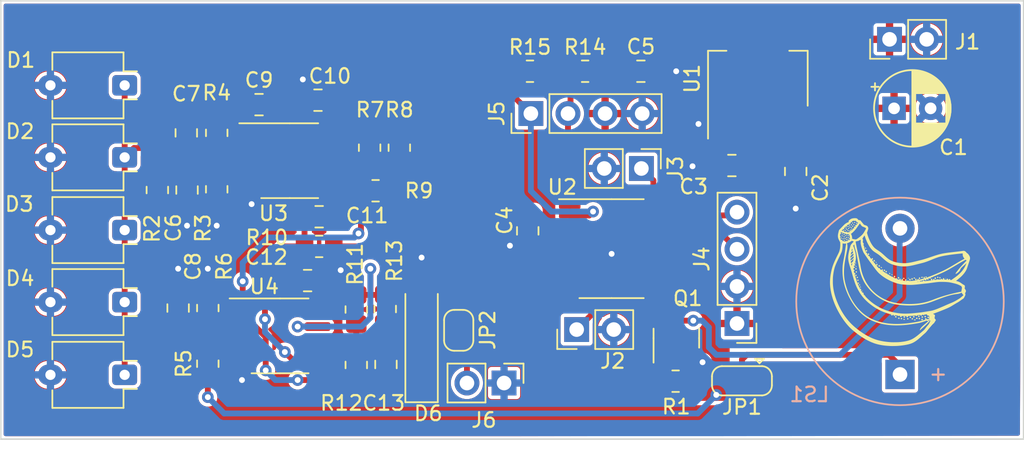
<source format=kicad_pcb>
(kicad_pcb (version 20221018) (generator pcbnew)
  (layers (0 "F.Cu" signal) (31 "B.Cu" signal) (34 "B.Paste" user) (35 "F.Paste" user) (36 "B.SilkS" user "B.Silkscreen") (37 "F.SilkS" user "F.Silkscreen") (38 "B.Mask" user) (39 "F.Mask" user) (44 "Edge.Cuts" user))
  (net 0 "")
  (net 1 "+9V")
  (net 2 "GND")
  (net 3 "+3.3V")
  (net 4 "Net-(U3A-+)")
  (net 5 "Net-(D1-K)")
  (net 6 "Net-(C7-Pad2)")
  (net 7 "Net-(U4A-+)")
  (net 8 "Net-(C9-Pad2)")
  (net 9 "Net-(U3B--)")
  (net 10 "Net-(U4B-+)")
  (net 11 "Net-(D6-K)")
  (net 12 "/analog/Vref")
  (net 13 "Net-(J2-Pin_1)")
  (net 14 "Net-(J3-Pin_1)")
  (net 15 "/SYS_SWDIO")
  (net 16 "/SYS_SWCLK")
  (net 17 "/I2C1_SDA")
  (net 18 "/I2C1_SCL")
  (net 19 "Net-(JP1-C)")
  (net 20 "/adc_in")
  (net 21 "Net-(Q1-D)")
  (net 22 "/buzzer")
  (net 23 "Net-(R10-Pad1)")
  (net 24 "Net-(R11-Pad1)")
  (net 25 "Net-(U4B--)")
  (footprint "Jumper:SolderJumper-3_P1.3mm_Bridged2Bar12_RoundedPad1.0x1.5mm" (layer "F.Cu") (at 168.178 126.2888 180)
    (fp_text reference "JP1" (at 0 -1.8) (layer "F.SilkS"))
    (fp_text value "SolderJumper_3_Bridged12")
    (fp_poly (pts (xy -0.9 -0.6) (xy -0.4 -0.6) (xy -0.4 -0.2) (xy -0.9 -0.2)) (fill solid) (layer "F.Cu"))
    (fp_poly (pts (xy -0.9 0.2) (xy -0.4 0.2) (xy -0.4 0.6) (xy -0.9 0.6)) (fill solid) (layer "F.Cu"))
    (pad "1" smd custom (at -1.3 0 180) (size 1 0.5) (layers "F.Cu" "F.Mask") (net 1 "+9V") (options (clearance outline) (anchor rect)) (primitives (gr_circle (center 0 0.25) (end 0.5 0.25) (width 0) (fill yes)) (gr_circle (center 0 -0.25) (end 0.5 -0.25) (width 0) (fill yes)) (gr_poly (pts (xy 0.55 0.75) (xy 0 0.75) (xy 0 -0.75) (xy 0.55 -0.75)) (width 0) (fill yes))))
    (pad "2" smd rect (at 0 0 180) (size 1 1.5) (layers "F.Cu" "F.Mask") (net 19 "Net-(JP1-C)"))
    (pad "3" smd custom (at 1.3 0 180) (size 1 0.5) (layers "F.Cu" "F.Mask") (net 3 "+3.3V") (options (clearance outline) (anchor rect)) (primitives (gr_circle (center 0 0.25) (end 0.5 0.25) (width 0) (fill yes)) (gr_circle (center 0 -0.25) (end 0.5 -0.25) (width 0) (fill yes)) (gr_poly (pts (xy 0 0.75) (xy -0.55 0.75) (xy -0.55 -0.75) (xy 0 -0.75)) (width 0) (fill yes))))
  )
  (footprint "Connector_PinHeader_2.54mm:PinHeader_1x04_P2.54mm_Vertical" (layer "F.Cu") (at 167.8382 122.3672 180)
    (fp_text reference "J4" (at 2.408 4.4096 90) (layer "F.SilkS"))
    (fp_text value "Conn_01x04_Pin")
    (pad "1" thru_hole rect (at 0 0 180) (size 1.7 1.7) (drill 1) (layers "*.Cu" "*.Mask") (net 3 "+3.3V"))
    (pad "2" thru_hole oval (at 0 2.54 180) (size 1.7 1.7) (drill 1) (layers "*.Cu" "*.Mask") (net 2 "GND"))
    (pad "3" thru_hole oval (at 0 5.08 180) (size 1.7 1.7) (drill 1) (layers "*.Cu" "*.Mask") (net 15 "/SYS_SWDIO"))
    (pad "4" thru_hole oval (at 0 7.62 180) (size 1.7 1.7) (drill 1) (layers "*.Cu" "*.Mask") (net 16 "/SYS_SWCLK"))
  )
  (footprint "Resistor_SMD:R_0805_2012Metric_Pad1.20x1.40mm_HandSolder" (layer "F.Cu") (at 143.1036 113.284)
    (fp_text reference "R9" (at 2.9718 0) (layer "F.SilkS"))
    (fp_text value "4k7")
    (pad "1" smd roundrect (at -1 0) (size 1.2 1.4) (layers "F.Cu" "F.Paste" "F.Mask") (roundrect_rratio 0.2083333333) (net 12 "/analog/Vref"))
    (pad "2" smd roundrect (at 1 0) (size 1.2 1.4) (layers "F.Cu" "F.Paste" "F.Mask") (roundrect_rratio 0.2083333333) (net 23 "Net-(R10-Pad1)"))
  )
  (footprint "Resistor_SMD:R_0805_2012Metric_Pad1.20x1.40mm_HandSolder" (layer "F.Cu") (at 144.7292 110.3376 90)
    (fp_text reference "R8" (at 2.5908 0 180) (layer "F.SilkS"))
    (fp_text value "100k")
    (pad "1" smd roundrect (at -1 0 90) (size 1.2 1.4) (layers "F.Cu" "F.Paste" "F.Mask") (roundrect_rratio 0.2083333333) (net 9 "Net-(U3B--)"))
    (pad "2" smd roundrect (at 1 0 90) (size 1.2 1.4) (layers "F.Cu" "F.Paste" "F.Mask") (roundrect_rratio 0.2083333333) (net 23 "Net-(R10-Pad1)"))
  )
  (footprint "OptoDevice:Osram_DIL2_4.3x4.65mm_P5.08mm" (layer "F.Cu") (at 125.9332 106.0704 180)
    (fp_text reference "D1" (at 7.112 1.7272) (layer "F.SilkS"))
    (fp_text value "BPW34")
    (pad "1" thru_hole roundrect (at 0 0 180) (size 1.7 1.4) (drill 0.7) (layers "*.Cu" "*.Mask") (roundrect_rratio 0.178) (net 5 "Net-(D1-K)"))
    (pad "2" thru_hole oval (at 5.08 0 180) (size 1.7 1.4) (drill 0.7) (layers "*.Cu" "*.Mask") (net 2 "GND"))
  )
  (footprint "Package_SO:SO-8_3.9x4.9mm_P1.27mm" (layer "F.Cu") (at 137.2266 111.2266)
    (fp_text reference "U3" (at -1.108 3.6068) (layer "F.SilkS"))
    (fp_text value "TL082")
    (pad "1" smd roundrect (at -2.575 -1.905) (size 1.75 0.6) (layers "F.Cu" "F.Paste" "F.Mask") (net 6 "Net-(C7-Pad2)"))
    (pad "2" smd roundrect (at -2.575 -0.635) (size 1.75 0.6) (layers "F.Cu" "F.Paste" "F.Mask") (net 5 "Net-(D1-K)"))
    (pad "3" smd roundrect (at -2.575 0.635) (size 1.75 0.6) (layers "F.Cu" "F.Paste" "F.Mask") (net 4 "Net-(U3A-+)"))
    (pad "4" smd roundrect (at -2.575 1.905) (size 1.75 0.6) (layers "F.Cu" "F.Paste" "F.Mask") (net 2 "GND"))
    (pad "5" smd roundrect (at 2.575 1.905) (size 1.75 0.6) (layers "F.Cu" "F.Paste" "F.Mask") (net 12 "/analog/Vref"))
    (pad "6" smd roundrect (at 2.575 0.635) (size 1.75 0.6) (layers "F.Cu" "F.Paste" "F.Mask") (net 9 "Net-(U3B--)"))
    (pad "7" smd roundrect (at 2.575 -0.635) (size 1.75 0.6) (layers "F.Cu" "F.Paste" "F.Mask") (net 10 "Net-(U4B-+)"))
    (pad "8" smd roundrect (at 2.575 -1.905) (size 1.75 0.6) (layers "F.Cu" "F.Paste" "F.Mask") (net 1 "+9V"))
  )
  (footprint "Capacitor_SMD:C_0805_2012Metric_Pad1.18x1.45mm_HandSolder" (layer "F.Cu") (at 139.1627 107.0864 180)
    (fp_text reference "C10" (at -0.8167 1.651) (layer "F.SilkS"))
    (fp_text value "100n")
    (pad "1" smd roundrect (at -1.0375 0 180) (size 1.175 1.45) (layers "F.Cu" "F.Paste" "F.Mask") (roundrect_rratio 0.2127659574) (net 1 "+9V"))
    (pad "2" smd roundrect (at 1.0375 0 180) (size 1.175 1.45) (layers "F.Cu" "F.Paste" "F.Mask") (roundrect_rratio 0.2127659574) (net 2 "GND"))
  )
  (footprint "Resistor_SMD:R_0805_2012Metric_Pad1.20x1.40mm_HandSolder" (layer "F.Cu") (at 142.6972 110.3376 -90)
    (fp_text reference "R7" (at -2.5908 -0.0254 -180) (layer "F.SilkS"))
    (fp_text value "4k7")
    (pad "1" smd roundrect (at -1 0 270) (size 1.2 1.4) (layers "F.Cu" "F.Paste" "F.Mask") (roundrect_rratio 0.2083333333) (net 8 "Net-(C9-Pad2)"))
    (pad "2" smd roundrect (at 1 0 270) (size 1.2 1.4) (layers "F.Cu" "F.Paste" "F.Mask") (roundrect_rratio 0.2083333333) (net 9 "Net-(U3B--)"))
  )
  (footprint "OptoDevice:Osram_DIL2_4.3x4.65mm_P5.08mm" (layer "F.Cu") (at 125.9332 125.8824 180)
    (fp_text reference "D5" (at 7.1628 1.7272) (layer "F.SilkS"))
    (fp_text value "BPW34")
    (pad "1" thru_hole roundrect (at 0 0 180) (size 1.7 1.4) (drill 0.7) (layers "*.Cu" "*.Mask") (roundrect_rratio 0.178) (net 5 "Net-(D1-K)"))
    (pad "2" thru_hole oval (at 5.08 0 180) (size 1.7 1.4) (drill 0.7) (layers "*.Cu" "*.Mask") (net 2 "GND"))
  )
  (footprint "Resistor_SMD:R_0805_2012Metric_Pad1.20x1.40mm_HandSolder" (layer "F.Cu") (at 139.2428 117.094 180)
    (fp_text reference "R10" (at 3.5814 0.6096) (layer "F.SilkS"))
    (fp_text value "100k")
    (pad "1" smd roundrect (at -1 0 180) (size 1.2 1.4) (layers "F.Cu" "F.Paste" "F.Mask") (roundrect_rratio 0.2083333333) (net 23 "Net-(R10-Pad1)"))
    (pad "2" smd roundrect (at 1 0 180) (size 1.2 1.4) (layers "F.Cu" "F.Paste" "F.Mask") (roundrect_rratio 0.2083333333) (net 10 "Net-(U4B-+)"))
  )
  (footprint "Connector_PinHeader_2.54mm:PinHeader_1x02_P2.54mm_Vertical" (layer "F.Cu") (at 161.295 111.76 -90)
    (fp_text reference "J3" (at 0 -2.33 90) (layer "F.SilkS"))
    (fp_text value "USER_button")
    (pad "1" thru_hole rect (at 0 0 270) (size 1.7 1.7) (drill 1) (layers "*.Cu" "*.Mask") (net 14 "Net-(J3-Pin_1)"))
    (pad "2" thru_hole oval (at 0 2.54 270) (size 1.7 1.7) (drill 1) (layers "*.Cu" "*.Mask") (net 2 "GND"))
  )
  (footprint "Resistor_SMD:R_0805_2012Metric_Pad1.20x1.40mm_HandSolder" (layer "F.Cu") (at 153.67 105.1052)
    (fp_text reference "R15" (at 0 -1.65) (layer "F.SilkS"))
    (fp_text value "4k7")
    (pad "1" smd roundrect (at -1 0) (size 1.2 1.4) (layers "F.Cu" "F.Paste" "F.Mask") (roundrect_rratio 0.2083333333) (net 17 "/I2C1_SDA"))
    (pad "2" smd roundrect (at 1 0) (size 1.2 1.4) (layers "F.Cu" "F.Paste" "F.Mask") (roundrect_rratio 0.2083333333) (net 3 "+3.3V"))
  )
  (footprint "Capacitor_SMD:C_0805_2012Metric_Pad1.18x1.45mm_HandSolder" (layer "F.Cu") (at 153.5176 116.0272 -90)
    (fp_text reference "C4" (at -0.7112 1.5748 90) (layer "F.SilkS"))
    (fp_text value "100n")
    (pad "1" smd roundrect (at -1.0375 0 270) (size 1.175 1.45) (layers "F.Cu" "F.Paste" "F.Mask") (roundrect_rratio 0.2127659574) (net 3 "+3.3V"))
    (pad "2" smd roundrect (at 1.0375 0 270) (size 1.175 1.45) (layers "F.Cu" "F.Paste" "F.Mask") (roundrect_rratio 0.2127659574) (net 2 "GND"))
  )
  (footprint "Capacitor_SMD:C_0805_2012Metric_Pad1.18x1.45mm_HandSolder" (layer "F.Cu") (at 139.2428 115.062 180)
    (fp_text reference "C11" (at -3.2766 0.0762) (layer "F.SilkS"))
    (fp_text value "3n3")
    (pad "1" smd roundrect (at -1.0375 0 180) (size 1.175 1.45) (layers "F.Cu" "F.Paste" "F.Mask") (roundrect_rratio 0.2127659574) (net 9 "Net-(U3B--)"))
    (pad "2" smd roundrect (at 1.0375 0 180) (size 1.175 1.45) (layers "F.Cu" "F.Paste" "F.Mask") (roundrect_rratio 0.2127659574) (net 10 "Net-(U4B-+)"))
  )
  (footprint "Capacitor_SMD:C_0805_2012Metric_Pad1.18x1.45mm_HandSolder" (layer "F.Cu") (at 143.8148 125.1712 -90)
    (fp_text reference "C13" (at 2.6416 0.1524 -180) (layer "F.SilkS"))
    (fp_text value "10n")
    (pad "1" smd roundrect (at -1.0375 0 270) (size 1.175 1.45) (layers "F.Cu" "F.Paste" "F.Mask") (roundrect_rratio 0.2127659574) (net 11 "Net-(D6-K)"))
    (pad "2" smd roundrect (at 1.0375 0 270) (size 1.175 1.45) (layers "F.Cu" "F.Paste" "F.Mask") (roundrect_rratio 0.2127659574) (net 12 "/analog/Vref"))
  )
  (footprint "OptoDevice:Osram_DIL2_4.3x4.65mm_P5.08mm" (layer "F.Cu") (at 125.9332 115.9764 180)
    (fp_text reference "D3" (at 7.2136 1.778) (layer "F.SilkS"))
    (fp_text value "BPW34")
    (pad "1" thru_hole roundrect (at 0 0 180) (size 1.7 1.4) (drill 0.7) (layers "*.Cu" "*.Mask") (roundrect_rratio 0.178) (net 5 "Net-(D1-K)"))
    (pad "2" thru_hole oval (at 5.08 0 180) (size 1.7 1.4) (drill 0.7) (layers "*.Cu" "*.Mask") (net 2 "GND"))
  )
  (footprint "Capacitor_SMD:C_0805_2012Metric_Pad1.18x1.45mm_HandSolder" (layer "F.Cu") (at 130.1496 109.3216 90)
    (fp_text reference "C7" (at 2.667 0 180) (layer "F.SilkS"))
    (fp_text value "5p")
    (pad "1" smd roundrect (at -1.0375 0 90) (size 1.175 1.45) (layers "F.Cu" "F.Paste" "F.Mask") (roundrect_rratio 0.2127659574) (net 5 "Net-(D1-K)"))
    (pad "2" smd roundrect (at 1.0375 0 90) (size 1.175 1.45) (layers "F.Cu" "F.Paste" "F.Mask") (roundrect_rratio 0.2127659574) (net 6 "Net-(C7-Pad2)"))
  )
  (footprint "Capacitor_SMD:C_0805_2012Metric_Pad1.18x1.45mm_HandSolder" (layer "F.Cu") (at 171.8564 111.9632 -90)
    (fp_text reference "C2" (at 1.1176 -1.68 90) (layer "F.SilkS"))
    (fp_text value "1u")
    (pad "1" smd roundrect (at -1.0375 0 270) (size 1.175 1.45) (layers "F.Cu" "F.Paste" "F.Mask") (roundrect_rratio 0.2127659574) (net 1 "+9V"))
    (pad "2" smd roundrect (at 1.0375 0 270) (size 1.175 1.45) (layers "F.Cu" "F.Paste" "F.Mask") (roundrect_rratio 0.2127659574) (net 2 "GND"))
  )
  (footprint "Capacitor_SMD:C_0805_2012Metric_Pad1.18x1.45mm_HandSolder" (layer "F.Cu") (at 130.2004 113.2332 -90)
    (fp_text reference "C6" (at 2.5908 0.9398 90) (layer "F.SilkS"))
    (fp_text value "100n")
    (pad "1" smd roundrect (at -1.0375 0 270) (size 1.175 1.45) (layers "F.Cu" "F.Paste" "F.Mask") (roundrect_rratio 0.2127659574) (net 4 "Net-(U3A-+)"))
    (pad "2" smd roundrect (at 1.0375 0 270) (size 1.175 1.45) (layers "F.Cu" "F.Paste" "F.Mask") (roundrect_rratio 0.2127659574) (net 2 "GND"))
  )
  (footprint "OptoDevice:Osram_DIL2_4.3x4.65mm_P5.08mm" (layer "F.Cu") (at 125.9332 110.998 180)
    (fp_text reference "D2" (at 7.1628 1.778) (layer "F.SilkS"))
    (fp_text value "BPW34")
    (pad "1" thru_hole roundrect (at 0 0 180) (size 1.7 1.4) (drill 0.7) (layers "*.Cu" "*.Mask") (roundrect_rratio 0.178) (net 5 "Net-(D1-K)"))
    (pad "2" thru_hole oval (at 5.08 0 180) (size 1.7 1.4) (drill 0.7) (layers "*.Cu" "*.Mask") (net 2 "GND"))
  )
  (footprint "Resistor_SMD:R_0805_2012Metric_Pad1.20x1.40mm_HandSolder" (layer "F.Cu") (at 143.764 121.3772 -90)
    (fp_text reference "R13" (at -3.2926 -0.635 90) (layer "F.SilkS"))
    (fp_text value "470R")
    (pad "1" smd roundrect (at -1 0 270) (size 1.2 1.4) (layers "F.Cu" "F.Paste" "F.Mask") (roundrect_rratio 0.2083333333) (net 24 "Net-(R11-Pad1)"))
    (pad "2" smd roundrect (at 1 0 270) (size 1.2 1.4) (layers "F.Cu" "F.Paste" "F.Mask") (roundrect_rratio 0.2083333333) (net 11 "Net-(D6-K)"))
  )
  (footprint "Package_TO_SOT_SMD:SOT-223-3_TabPin2" (layer "F.Cu") (at 169.2656 105.6132 90)
    (fp_text reference "U1" (at 0 -4.5 90) (layer "F.SilkS"))
    (fp_text value "AMS1117")
    (pad "1" smd rect (at -3.15 -2.3 90) (size 2 1.5) (layers "F.Cu" "F.Paste" "F.Mask") (net 2 "GND"))
    (pad "2" smd rect (at -3.15 0 90) (size 2 1.5) (layers "F.Cu" "F.Paste" "F.Mask") (net 3 "+3.3V"))
    (pad "2" smd rect (at 3.15 0 90) (size 2 3.8) (layers "F.Cu" "F.Paste" "F.Mask") (net 3 "+3.3V"))
    (pad "3" smd rect (at -3.15 2.3 90) (size 2 1.5) (layers "F.Cu" "F.Paste" "F.Mask") (net 1 "+9V"))
  )
  (footprint "Capacitor_SMD:C_0805_2012Metric_Pad1.18x1.45mm_HandSolder" (layer "F.Cu") (at 161.2607 105.1052)
    (fp_text reference "C5" (at 0 -1.68) (layer "F.SilkS"))
    (fp_text value "1u")
    (pad "1" smd roundrect (at -1.0375 0) (size 1.175 1.45) (layers "F.Cu" "F.Paste" "F.Mask") (roundrect_rratio 0.2127659574) (net 3 "+3.3V"))
    (pad "2" smd roundrect (at 1.0375 0) (size 1.175 1.45) (layers "F.Cu" "F.Paste" "F.Mask") (roundrect_rratio 0.2127659574) (net 2 "GND"))
  )
  (footprint "Package_SO:TSSOP-20_4.4x6.5mm_P0.65mm" (layer "F.Cu") (at 159.253 117.2464)
    (fp_text reference "U2" (at -3.3732 -4.2164) (layer "F.SilkS"))
    (fp_text value "STM32G030F6Px")
    (pad "1" smd roundrect (at -2.8625 -2.925) (size 1.475 0.4) (layers "F.Cu" "F.Paste" "F.Mask") (net 18 "/I2C1_SCL"))
    (pad "2" smd roundrect (at -2.8625 -2.275) (size 1.475 0.4) (layers "F.Cu" "F.Paste" "F.Mask") (net 17 "/I2C1_SDA"))
    (pad "3" smd roundrect (at -2.8625 -1.625) (size 1.475 0.4) (layers "F.Cu" "F.Paste" "F.Mask"))
    (pad "4" smd roundrect (at -2.8625 -0.975) (size 1.475 0.4) (layers "F.Cu" "F.Paste" "F.Mask") (net 3 "+3.3V"))
    (pad "5" smd roundrect (at -2.8625 -0.325) (size 1.475 0.4) (layers "F.Cu" "F.Paste" "F.Mask") (net 2 "GND"))
    (pad "6" smd roundrect (at -2.8625 0.325) (size 1.475 0.4) (layers "F.Cu" "F.Paste" "F.Mask") (net 13 "Net-(J2-Pin_1)"))
    (pad "7" smd roundrect (at -2.8625 0.975) (size 1.475 0.4) (layers "F.Cu" "F.Paste" "F.Mask") (net 20 "/adc_in"))
    (pad "8" smd roundrect (at -2.8625 1.625) (size 1.475 0.4) (layers "F.Cu" "F.Paste" "F.Mask"))
    (pad "9" smd roundrect (at -2.8625 2.275) (size 1.475 0.4) (layers "F.Cu" "F.Paste" "F.Mask"))
    (pad "10" smd roundrect (at -2.8625 2.925) (size 1.475 0.4) (layers "F.Cu" "F.Paste" "F.Mask"))
    (pad "11" smd roundrect (at 2.8625 2.925) (size 1.475 0.4) (layers "F.Cu" "F.Paste" "F.Mask"))
    (pad "12" smd roundrect (at 2.8625 2.275) (size 1.475 0.4) (layers "F.Cu" "F.Paste" "F.Mask"))
    (pad "13" smd roundrect (at 2.8625 1.625) (size 1.475 0.4) (layers "F.Cu" "F.Paste" "F.Mask"))
    (pad "14" smd roundrect (at 2.8625 0.975) (size 1.475 0.4) (layers "F.Cu" "F.Paste" "F.Mask"))
    (pad "15" smd roundrect (at 2.8625 0.325) (size 1.475 0.4) (layers "F.Cu" "F.Paste" "F.Mask") (net 22 "/buzzer"))
    (pad "16" smd roundrect (at 2.8625 -0.325) (size 1.475 0.4) (layers "F.Cu" "F.Paste" "F.Mask"))
    (pad "17" smd roundrect (at 2.8625 -0.975) (size 1.475 0.4) (layers "F.Cu" "F.Paste" "F.Mask"))
    (pad "18" smd roundrect (at 2.8625 -1.625) (size 1.475 0.4) (layers "F.Cu" "F.Paste" "F.Mask") (net 15 "/SYS_SWDIO"))
    (pad "19" smd roundrect (at 2.8625 -2.275) (size 1.475 0.4) (layers "F.Cu" "F.Paste" "F.Mask") (net 16 "/SYS_SWCLK"))
    (pad "20" smd roundrect (at 2.8625 -2.925) (size 1.475 0.4) (layers "F.Cu" "F.Paste" "F.Mask") (net 14 "Net-(J3-Pin_1)"))
  )
  (footprint "Resistor_SMD:R_0805_2012Metric_Pad1.20x1.40mm_HandSolder" (layer "F.Cu") (at 128.1684 113.2332 90)
    (fp_text reference "R2" (at -2.6416 -0.3556 270) (layer "F.SilkS"))
    (fp_text value "1k")
    (pad "1" smd roundrect (at -1 0 90) (size 1.2 1.4) (layers "F.Cu" "F.Paste" "F.Mask") (roundrect_rratio 0.2083333333) (net 1 "+9V"))
    (pad "2" smd roundrect (at 1 0 90) (size 1.2 1.4) (layers "F.Cu" "F.Paste" "F.Mask") (roundrect_rratio 0.2083333333) (net 4 "Net-(U3A-+)"))
  )
  (footprint "Resistor_SMD:R_0805_2012Metric_Pad1.20x1.40mm_HandSolder" (layer "F.Cu") (at 131.6228 121.3104 90)
    (fp_text reference "R6" (at 2.8448 1.1176 90) (layer "F.SilkS"))
    (fp_text value "33k")
    (pad "1" smd roundrect (at -1 0 90) (size 1.2 1.4) (layers "F.Cu" "F.Paste" "F.Mask") (roundrect_rratio 0.2083333333) (net 7 "Net-(U4A-+)"))
    (pad "2" smd roundrect (at 1 0 90) (size 1.2 1.4) (layers "F.Cu" "F.Paste" "F.Mask") (roundrect_rratio 0.2083333333) (net 2 "GND"))
  )
  (footprint "Package_SO:SO-8_3.9x4.9mm_P1.27mm" (layer "F.Cu") (at 136.5662 123.2154)
    (fp_text reference "U4" (at -1.0826 -3.3782) (layer "F.SilkS"))
    (fp_text value "TL082")
    (pad "1" smd roundrect (at -2.575 -1.905) (size 1.75 0.6) (layers "F.Cu" "F.Paste" "F.Mask") (net 12 "/analog/Vref"))
    (pad "2" smd roundrect (at -2.575 -0.635) (size 1.75 0.6) (layers "F.Cu" "F.Paste" "F.Mask") (net 12 "/analog/Vref"))
    (pad "3" smd roundrect (at -2.575 0.635) (size 1.75 0.6) (layers "F.Cu" "F.Paste" "F.Mask") (net 7 "Net-(U4A-+)"))
    (pad "4" smd roundrect (at -2.575 1.905) (size 1.75 0.6) (layers "F.Cu" "F.Paste" "F.Mask") (net 2 "GND"))
    (pad "5" smd roundrect (at 2.575 1.905) (size 1.75 0.6) (layers "F.Cu" "F.Paste" "F.Mask") (net 10 "Net-(U4B-+)"))
    (pad "6" smd roundrect (at 2.575 0.635) (size 1.75 0.6) (layers "F.Cu" "F.Paste" "F.Mask") (net 25 "Net-(U4B--)"))
    (pad "7" smd roundrect (at 2.575 -0.635) (size 1.75 0.6) (layers "F.Cu" "F.Paste" "F.Mask") (net 24 "Net-(R11-Pad1)"))
    (pad "8" smd roundrect (at 2.575 -1.905) (size 1.75 0.6) (layers "F.Cu" "F.Paste" "F.Mask") (net 1 "+9V"))
  )
  (footprint "Resistor_SMD:R_0805_2012Metric_Pad1.20x1.40mm_HandSolder" (layer "F.Cu") (at 141.7828 125.206 90)
    (fp_text reference "R12" (at -2.6068 -1.016 180) (layer "F.SilkS"))
    (fp_text value "6k8")
    (pad "1" smd roundrect (at -1 0 90) (size 1.2 1.4) (layers "F.Cu" "F.Paste" "F.Mask") (roundrect_rratio 0.2083333333) (net 12 "/analog/Vref"))
    (pad "2" smd roundrect (at 1 0 90) (size 1.2 1.4) (layers "F.Cu" "F.Paste" "F.Mask") (roundrect_rratio 0.2083333333) (net 25 "Net-(U4B--)"))
  )
  (footprint "Connector_PinHeader_2.54mm:PinHeader_1x04_P2.54mm_Vertical" (layer "F.Cu") (at 153.7308 108.0008 90)
    (fp_text reference "J5" (at 0 -2.33 90) (layer "F.SilkS"))
    (fp_text value "Conn_01x04_Pin")
    (pad "1" thru_hole rect (at 0 0 90) (size 1.7 1.7) (drill 1) (layers "*.Cu" "*.Mask") (net 17 "/I2C1_SDA"))
    (pad "2" thru_hole oval (at 0 2.54 90) (size 1.7 1.7) (drill 1) (layers "*.Cu" "*.Mask") (net 18 "/I2C1_SCL"))
    (pad "3" thru_hole oval (at 0 5.08 90) (size 1.7 1.7) (drill 1) (layers "*.Cu" "*.Mask") (net 3 "+3.3V"))
    (pad "4" thru_hole oval (at 0 7.62 90) (size 1.7 1.7) (drill 1) (layers "*.Cu" "*.Mask") (net 2 "GND"))
  )
  (footprint "Capacitor_THT:CP_Radial_D5.0mm_P2.50mm" (layer "F.Cu") (at 178.5874 107.6452)
    (fp_text reference "C1" (at 4.064 2.672) (layer "F.SilkS"))
    (fp_text value "C_Polarized")
    (pad "1" thru_hole rect (at 0 0) (size 1.6 1.6) (drill 0.8) (layers "*.Cu" "*.Mask") (net 1 "+9V"))
    (pad "2" thru_hole circle (at 2.5 0) (size 1.6 1.6) (drill 0.8) (layers "*.Cu" "*.Mask") (net 2 "GND"))
  )
  (footprint "Resistor_SMD:R_0805_2012Metric_Pad1.20x1.40mm_HandSolder" (layer "F.Cu") (at 132.2324 109.3216 90)
    (fp_text reference "R4" (at 2.7432 0 180) (layer "F.SilkS"))
    (fp_text value "1Meg")
    (pad "1" smd roundrect (at -1 0 90) (size 1.2 1.4) (layers "F.Cu" "F.Paste" "F.Mask") (roundrect_rratio 0.2083333333) (net 5 "Net-(D1-K)"))
    (pad "2" smd roundrect (at 1 0 90) (size 1.2 1.4) (layers "F.Cu" "F.Paste" "F.Mask") (roundrect_rratio 0.2083333333) (net 6 "Net-(C7-Pad2)"))
  )
  (footprint "Capacitor_SMD:C_0805_2012Metric_Pad1.18x1.45mm_HandSolder" (layer "F.Cu") (at 167.4876 111.5568 180)
    (fp_text reference "C3" (at 2.6162 -1.4478) (layer "F.SilkS"))
    (fp_text value "1u")
    (pad "1" smd roundrect (at -1.0375 0 180) (size 1.175 1.45) (layers "F.Cu" "F.Paste" "F.Mask") (roundrect_rratio 0.2127659574) (net 3 "+3.3V"))
    (pad "2" smd roundrect (at 1.0375 0 180) (size 1.175 1.45) (layers "F.Cu" "F.Paste" "F.Mask") (roundrect_rratio 0.2127659574) (net 2 "GND"))
  )
  (footprint "Connector_PinHeader_2.54mm:PinHeader_1x02_P2.54mm_Vertical" (layer "F.Cu") (at 151.897 126.4412 -90)
    (fp_text reference "J6" (at 2.54 1.3766 -180) (layer "F.SilkS"))
    (fp_text value "Conn_01x02_Pin")
    (pad "1" thru_hole rect (at 0 0 270) (size 1.7 1.7) (drill 1) (layers "*.Cu" "*.Mask") (net 2 "GND"))
    (pad "2" thru_hole oval (at 0 2.54 270) (size 1.7 1.7) (drill 1) (layers "*.Cu" "*.Mask") (net 11 "Net-(D6-K)"))
  )
  (footprint "Resistor_SMD:R_0805_2012Metric_Pad1.20x1.40mm_HandSolder" (layer "F.Cu") (at 157.4452 105.1052)
    (fp_text reference "R14" (at 0 -1.65) (layer "F.SilkS"))
    (fp_text value "4k7")
    (pad "1" smd roundrect (at -1 0) (size 1.2 1.4) (layers "F.Cu" "F.Paste" "F.Mask") (roundrect_rratio 0.2083333333) (net 18 "/I2C1_SCL"))
    (pad "2" smd roundrect (at 1 0) (size 1.2 1.4) (layers "F.Cu" "F.Paste" "F.Mask") (roundrect_rratio 0.2083333333) (net 3 "+3.3V"))
  )
  (footprint "Capacitor_SMD:C_0805_2012Metric_Pad1.18x1.45mm_HandSolder" (layer "F.Cu") (at 138.4515 119.4308)
    (fp_text reference "C12" (at -2.8155 -1.6002) (layer "F.SilkS"))
    (fp_text value "100n")
    (pad "1" smd roundrect (at -1.0375 0) (size 1.175 1.45) (layers "F.Cu" "F.Paste" "F.Mask") (roundrect_rratio 0.2127659574) (net 1 "+9V"))
    (pad "2" smd roundrect (at 1.0375 0) (size 1.175 1.45) (layers "F.Cu" "F.Paste" "F.Mask") (roundrect_rratio 0.2127659574) (net 2 "GND"))
  )
  (footprint "Capacitor_SMD:C_0805_2012Metric_Pad1.18x1.45mm_HandSolder" (layer "F.Cu") (at 135.128 107.3912)
    (fp_text reference "C9" (at 0 -1.68) (layer "F.SilkS"))
    (fp_text value "470n")
    (pad "1" smd roundrect (at -1.0375 0) (size 1.175 1.45) (layers "F.Cu" "F.Paste" "F.Mask") (roundrect_rratio 0.2127659574) (net 6 "Net-(C7-Pad2)"))
    (pad "2" smd roundrect (at 1.0375 0) (size 1.175 1.45) (layers "F.Cu" "F.Paste" "F.Mask") (roundrect_rratio 0.2127659574) (net 8 "Net-(C9-Pad2)"))
  )
  (footprint "Package_TO_SOT_SMD:SOT-23" (layer "F.Cu") (at 163.6878 123.3701 90)
    (fp_text reference "Q1" (at 2.7201 0.7772 180) (layer "F.SilkS"))
    (fp_text value "BSS123")
    (pad "1" smd roundrect (at -0.9375 -0.95 90) (size 1.475 0.6) (layers "F.Cu" "F.Paste" "F.Mask") (net 22 "/buzzer"))
    (pad "2" smd roundrect (at -0.9375 0.95 90) (size 1.475 0.6) (layers "F.Cu" "F.Paste" "F.Mask") (net 2 "GND"))
    (pad "3" smd roundrect (at 0.9375 0 90) (size 1.475 0.6) (layers "F.Cu" "F.Paste" "F.Mask") (net 21 "Net-(Q1-D)"))
  )
  (footprint "Connector_PinHeader_2.54mm:PinHeader_1x02_P2.54mm_Vertical" (layer "F.Cu") (at 178.2776 102.9208 90)
    (fp_text reference "J1" (at -0.1778 5.339 180) (layer "F.SilkS"))
    (fp_text value "supply")
    (pad "1" thru_hole rect (at 0 0 90) (size 1.7 1.7) (drill 1) (layers "*.Cu" "*.Mask") (net 1 "+9V"))
    (pad "2" thru_hole oval (at 0 2.54 90) (size 1.7 1.7) (drill 1) (layers "*.Cu" "*.Mask") (net 2 "GND"))
  )
  (footprint "Capacitor_SMD:C_0805_2012Metric_Pad1.18x1.45mm_HandSolder" (layer "F.Cu") (at 129.5908 121.3104 90)
    (fp_text reference "C8" (at 2.8448 1.016 90) (layer "F.SilkS"))
    (fp_text value "100n")
    (pad "1" smd roundrect (at -1.0375 0 90) (size 1.175 1.45) (layers "F.Cu" "F.Paste" "F.Mask") (roundrect_rratio 0.2127659574) (net 7 "Net-(U4A-+)"))
    (pad "2" smd roundrect (at 1.0375 0 90) (size 1.175 1.45) (layers "F.Cu" "F.Paste" "F.Mask") (roundrect_rratio 0.2127659574) (net 2 "GND"))
  )
  (footprint "Resistor_SMD:R_0805_2012Metric_Pad1.20x1.40mm_HandSolder" (layer "F.Cu") (at 132.2324 113.1824 90)
    (fp_text reference "R3" (at -2.667 -0.9398 270) (layer "F.SilkS"))
    (fp_text value "3k3")
    (pad "1" smd roundrect (at -1 0 90) (size 1.2 1.4) (layers "F.Cu" "F.Paste" "F.Mask") (roundrect_rratio 0.2083333333) (net 2 "GND"))
    (pad "2" smd roundrect (at 1 0 90) (size 1.2 1.4) (layers "F.Cu" "F.Paste" "F.Mask") (roundrect_rratio 0.2083333333) (net 4 "Net-(U3A-+)"))
  )
  (footprint "OptoDevice:Osram_DIL2_4.3x4.65mm_P5.08mm" (layer "F.Cu") (at 125.9332 120.904 180)
    (fp_text reference "D4" (at 7.1628 1.6256) (layer "F.SilkS"))
    (fp_text value "BPW34")
    (pad "1" thru_hole roundrect (at 0 0 180) (size 1.7 1.4) (drill 0.7) (layers "*.Cu" "*.Mask") (roundrect_rratio 0.178) (net 5 "Net-(D1-K)"))
    (pad "2" thru_hole oval (at 5.08 0 180) (size 1.7 1.4) (drill 0.7) (layers "*.Cu" "*.Mask") (net 2 "GND"))
  )
  (footprint "Jumper:SolderJumper-2_P1.3mm_Open_RoundedPad1.0x1.5mm" (layer "F.Cu") (at 148.7932 122.8344 90)
    (fp_text reference "JP2" (at 0.0254 1.9812 90) (layer "F.SilkS"))
    (fp_text value "Jumper_2_Open")
    (pad "1" smd custom (at -0.65 0 90) (size 1 0.5) (layers "F.Cu" "F.Mask") (net 11 "Net-(D6-K)") (options (clearance outline) (anchor rect)) (primitives (gr_circle (center 0 0.25) (end 0.5 0.25) (width 0) (fill yes)) (gr_circle (center 0 -0.25) (end 0.5 -0.25) (width 0) (fill yes)) (gr_poly (pts (xy 0.5 0.75) (xy 0 0.75) (xy 0 -0.75) (xy 0.5 -0.75)) (width 0) (fill yes))))
    (pad "2" smd custom (at 0.65 0 90) (size 1 0.5) (layers "F.Cu" "F.Mask") (net 20 "/adc_in") (options (clearance outline) (anchor rect)) (primitives (gr_circle (center 0 0.25) (end 0.5 0.25) (width 0) (fill yes)) (gr_circle (center 0 -0.25) (end 0.5 -0.25) (width 0) (fill yes)) (gr_poly (pts (xy 0 0.75) (xy -0.5 0.75) (xy -0.5 -0.75) (xy 0 -0.75)) (width 0) (fill yes))))
  )
  (footprint "Resistor_SMD:R_0805_2012Metric_Pad1.20x1.40mm_HandSolder" (layer "F.Cu") (at 163.637 126.3165)
    (fp_text reference "R1" (at 0.0406 1.7503) (layer "F.SilkS"))
    (fp_text value "100k")
    (pad "1" smd roundrect (at -1 0) (size 1.2 1.4) (layers "F.Cu" "F.Paste" "F.Mask") (roundrect_rratio 0.2083333333) (net 22 "/buzzer"))
    (pad "2" smd roundrect (at 1 0) (size 1.2 1.4) (layers "F.Cu" "F.Paste" "F.Mask") (roundrect_rratio 0.2083333333) (net 2 "GND"))
  )
  (footprint "Resistor_SMD:R_0805_2012Metric_Pad1.20x1.40mm_HandSolder" (layer "F.Cu") (at 131.6228 125.1204 90)
    (fp_text reference "R5" (at 0 -1.65 90) (layer "F.SilkS"))
    (fp_text value "33k")
    (pad "1" smd roundrect (at -1 0 90) (size 1.2 1.4) (layers "F.Cu" "F.Paste" "F.Mask") (roundrect_rratio 0.2083333333) (net 3 "+3.3V"))
    (pad "2" smd roundrect (at 1 0 90) (size 1.2 1.4) (layers "F.Cu" "F.Paste" "F.Mask") (roundrect_rratio 0.2083333333) (net 7 "Net-(U4A-+)"))
  )
  (footprint "Resistor_SMD:R_0805_2012Metric_Pad1.20x1.40mm_HandSolder" (layer "F.Cu") (at 141.7828 121.412 -90)
    (fp_text reference "R11" (at -3.0988 0.0762 90) (layer "F.SilkS"))
    (fp_text value "68k")
    (pad "1" smd roundrect (at -1 0 270) (size 1.2 1.4) (layers "F.Cu" "F.Paste" "F.Mask") (roundrect_rratio 0.2083333333) (net 24 "Net-(R11-Pad1)"))
    (pad "2" smd roundrect (at 1 0 270) (size 1.2 1.4) (layers "F.Cu" "F.Paste" "F.Mask") (roundrect_rratio 0.2083333333) (net 25 "Net-(U4B--)"))
  )
  (footprint "silk_symbols:banana_10x9.7" (layer "F.Cu") (at 178.9938 119.5324)
    (fp_text reference "G***" hide)
    (fp_text value "LOGO" hide)
  )
  (footprint "Connector_PinHeader_2.54mm:PinHeader_1x02_P2.54mm_Vertical" (layer "F.Cu") (at 156.8654 122.7836 90)
    (fp_text reference "J2" (at -2.159 2.4688 180) (layer "F.SilkS"))
    (fp_text value "NRST_button")
    (pad "1" thru_hole rect (at 0 0 90) (size 1.7 1.7) (drill 1) (layers "*.Cu" "*.Mask") (net 13 "Net-(J2-Pin_1)"))
    (pad "2" thru_hole oval (at 0 2.54 90) (size 1.7 1.7) (drill 1) (layers "*.Cu" "*.Mask") (net 2 "GND"))
  )
  (footprint "Diode_SMD:D_MiniMELF_Handsoldering" (layer "F.Cu") (at 146.2532 123.0952 90)
    (fp_text reference "D6" (at -5.4288 0.4572 180) (layer "F.SilkS"))
    (fp_text value "3V3 zener")
    (pad "1" smd roundrect (at -2.75 0 90) (size 3.3 1.7) (layers "F.Cu" "F.Paste" "F.Mask") (roundrect_rratio 0.1470588235) (net 11 "Net-(D6-K)"))
    (pad "2" smd roundrect (at 2.75 0 90) (size 3.3 1.7) (layers "F.Cu" "F.Paste" "F.Mask") (roundrect_rratio 0.1470588235) (net 2 "GND"))
  )
  (footprint "Buzzer_Beeper:Buzzer_D14mm_H7mm_P10mm" (layer "B.Cu") (at 178.9938 125.857 90)
    (fp_text reference "LS1" (at -1.3716 -6.1976) (layer "B.SilkS") (effects (justify mirror)))
    (fp_text value "Speaker_Crystal")
    (fp_text user "+" (at -0.01 2.54 90) (layer "B.SilkS") (effects (justify mirror)))
    (pad "1" thru_hole rect (at 0 0 90) (size 2 2) (drill 1) (layers "*.Cu" "*.Mask") (net 19 "Net-(JP1-C)"))
    (pad "2" thru_hole circle (at 10 0 90) (size 2 2) (drill 1) (layers "*.Cu" "*.Mask") (net 21 "Net-(Q1-D)"))
  )
  (gr_rect (start 117.4508 100.2792) (end 187.4508 130.2792) (stroke (width 0.1)) (fill none) (layer "Edge.Cuts"))
  (segment (start 162.2982 105.1052) (end 163.6776 105.1052) (width 0.4) (layer "F.Cu") (net 2))
  (segment (start 130.2004 114.2707) (end 130.2004 115.6716) (width 0.4) (layer "F.Cu") (net 2))
  (segment (start 131.6228 118.618) (end 131.6228 120.3104) (width 0.4) (layer "F.Cu") (net 2))
  (segment (start 140.0048 119.4308) (end 140.716 118.7196) (width 0.4) (layer "F.Cu") (net 2))
  (segment (start 146.2532 120.3452) (end 146.2532 117.856) (width 0.4) (layer "F.Cu") (net 2))
  (segment (start 164.6886 125.0188) (end 164.6378 125.0696) (width 0.4) (layer "F.Cu") (net 2))
  (segment (start 138.1252 107.0864) (end 138.1252 105.664) (width 0.4) (layer "F.Cu") (net 2))
  (segment (start 166.9656 108.7632) (end 165.2528 108.7632) (width 0.4) (layer "F.Cu") (net 2))
  (segment (start 165.2528 108.7632) (end 165.2016 108.712) (width 0.4) (layer "F.Cu") (net 2))
  (segment (start 164.7952 111.6076) (end 164.846 111.5568) (width 0.4) (layer "F.Cu") (net 2))
  (segment (start 164.846 111.5568) (end 166.4501 111.5568) (width 0.4) (layer "F.Cu") (net 2))
  (segment (start 164.6378 125.0696) (end 164.6378 126.3157) (width 0.4) (layer "F.Cu") (net 2))
  (segment (start 134.6516 114.1668) (end 134.62 114.1984) (width 0.4) (layer "F.Cu") (net 2))
  (segment (start 164.6378 126.3157) (end 164.637 126.3165) (width 0.4) (layer "F.Cu") (net 2))
  (segment (start 156.3905 116.9214) (end 158.5774 116.9214) (width 0.4) (layer "F.Cu") (net 2))
  (segment (start 132.2324 114.1824) (end 132.2324 115.6716) (width 0.4) (layer "F.Cu") (net 2))
  (segment (start 152.3199 117.0647) (end 152.2984 117.0432) (width 0.4) (layer "F.Cu") (net 2))
  (segment (start 171.8564 113.0007) (end 171.8564 114.5032) (width 0.4) (layer "F.Cu") (net 2))
  (segment (start 133.9912 125.1204) (end 133.9912 126.2064) (width 0.4) (layer "F.Cu") (net 2))
  (segment (start 165.481 125.0188) (end 164.6886 125.0188) (width 0.4) (layer "F.Cu") (net 2))
  (segment (start 134.6516 113.1316) (end 134.6516 114.1668) (width 0.4) (layer "F.Cu") (net 2))
  (segment (start 129.5908 120.2729) (end 129.5908 118.618) (width 0.4) (layer "F.Cu") (net 2))
  (segment (start 133.9912 126.2064) (end 133.9596 126.238) (width 0.4) (layer "F.Cu") (net 2))
  (segment (start 164.6378 124.3076) (end 164.6378 125.0696) (width 0.4) (layer "F.Cu") (net 2))
  (segment (start 139.489 119.4308) (end 140.0048 119.4308) (width 0.4) (layer "F.Cu") (net 2))
  (segment (start 158.5774 116.9214) (end 159.258 117.602) (width 0.4) (layer "F.Cu") (net 2))
  (segment (start 153.5176 117.0647) (end 152.3199 117.0647) (width 0.4) (layer "F.Cu") (net 2))
  (via (at 131.6228 118.618) (size 0.8) (drill 0.4) (layers "F.Cu" "B.Cu") (net 2))
  (via (at 138.1252 105.664) (size 0.8) (drill 0.4) (layers "F.Cu" "B.Cu") (net 2))
  (via (at 140.716 118.7196) (size 0.8) (drill 0.4) (layers "F.Cu" "B.Cu") (net 2))
  (via (at 164.7952 111.6076) (size 0.8) (drill 0.4) (layers "F.Cu" "B.Cu") (net 2))
  (via (at 165.481 125.0188) (size 0.8) (drill 0.4) (layers "F.Cu" "B.Cu") (net 2))
  (via (at 134.62 114.1984) (size 0.8) (drill 0.4) (layers "F.Cu" "B.Cu") (net 2))
  (via (at 133.9596 126.238) (size 0.8) (drill 0.4) (layers "F.Cu" "B.Cu") (net 2))
  (via (at 129.5908 118.618) (size 0.8) (drill 0.4) (layers "F.Cu" "B.Cu") (net 2))
  (via (at 132.2324 115.6716) (size 0.8) (drill 0.4) (layers "F.Cu" "B.Cu") (net 2))
  (via (at 163.6776 105.1052) (size 0.8) (drill 0.4) (layers "F.Cu" "B.Cu") (net 2))
  (via (at 159.258 117.602) (size 0.8) (drill 0.4) (layers "F.Cu" "B.Cu") (net 2))
  (via (at 130.2004 115.6716) (size 0.8) (drill 0.4) (layers "F.Cu" "B.Cu") (net 2))
  (via (at 171.8564 114.5032) (size 0.8) (drill 0.4) (layers "F.Cu" "B.Cu") (net 2))
  (via (at 152.2984 117.0432) (size 0.8) (drill 0.4) (layers "F.Cu" "B.Cu") (net 2))
  (via (at 146.2532 117.856) (size 0.8) (drill 0.4) (layers "F.Cu" "B.Cu") (net 2))
  (via (at 165.2016 108.712) (size 0.8) (drill 0.4) (layers "F.Cu" "B.Cu") (net 2))
  (segment (start 131.6228 127.4064) (end 131.6228 126.1204) (width 0.4) (layer "F.Cu") (net 3))
  (segment (start 169.2656 108.7632) (end 168.7068 109.322) (width 0.4) (layer "F.Cu") (net 3))
  (segment (start 168.5251 111.0996) (end 168.5251 111.5568) (width 0.4) (layer "F.Cu") (net 3))
  (via (at 166.4208 127.254) (size 0.8) (drill 0.4) (layers "F.Cu" "B.Cu") (net 3))
  (via (at 131.6228 127.4064) (size 0.8) (drill 0.4) (layers "F.Cu" "B.Cu") (net 3))
  (segment (start 166.4208 127.254) (end 165.1508 128.524) (width 0.4) (layer "B.Cu") (net 3))
  (segment (start 165.1508 128.524) (end 132.7404 128.524) (width 0.4) (layer "B.Cu") (net 3))
  (segment (start 132.7404 128.524) (end 131.6228 127.4064) (width 0.4) (layer "B.Cu") (net 3))
  (segment (start 132.2191 112.1957) (end 132.2324 112.1824) (width 0.4) (layer "F.Cu") (net 4))
  (segment (start 128.2059 112.1957) (end 128.1684 112.2332) (width 0.4) (layer "F.Cu") (net 4))
  (segment (start 134.6516 111.8616) (end 132.5532 111.8616) (width 0.4) (layer "F.Cu") (net 4))
  (segment (start 132.5532 111.8616) (end 132.2324 112.1824) (width 0.4) (layer "F.Cu") (net 4))
  (segment (start 128.1684 112.2332) (end 130.1629 112.2332) (width 0.4) (layer "F.Cu") (net 4))
  (segment (start 130.2004 112.1957) (end 132.2191 112.1957) (width 0.4) (layer "F.Cu") (net 4))
  (segment (start 130.1629 112.2332) (end 130.2004 112.1957) (width 0.4) (layer "F.Cu") (net 4))
  (segment (start 134.6516 110.5916) (end 132.5024 110.5916) (width 0.4) (layer "F.Cu") (net 5))
  (segment (start 132.5024 110.5916) (end 132.2324 110.3216) (width 0.4) (layer "F.Cu") (net 5))
  (segment (start 132.1949 110.3591) (end 132.2324 110.3216) (width 0.4) (layer "F.Cu") (net 5))
  (segment (start 130.1496 110.3591) (end 132.1949 110.3591) (width 0.4) (layer "F.Cu") (net 5))
  (segment (start 125.9332 106.0704) (end 125.9332 110.998) (width 0.4) (layer "F.Cu") (net 5))
  (segment (start 130.1496 110.3591) (end 126.5721 110.3591) (width 0.4) (layer "F.Cu") (net 5))
  (segment (start 125.9332 120.904) (end 125.9332 125.8824) (width 0.4) (layer "F.Cu") (net 5))
  (segment (start 125.9332 115.9764) (end 125.9332 120.904) (width 0.4) (layer "F.Cu") (net 5))
  (segment (start 126.5721 110.3591) (end 125.9332 110.998) (width 0.4) (layer "F.Cu") (net 5))
  (segment (start 125.9332 110.998) (end 125.9332 115.9764) (width 0.4) (layer "F.Cu") (net 5))
  (segment (start 134.0905 108.7605) (end 134.6516 109.3216) (width 0.4) (layer "F.Cu") (net 6))
  (segment (start 130.1496 108.2841) (end 132.1949 108.2841) (width 0.4) (layer "F.Cu") (net 6))
  (segment (start 133.1628 107.3912) (end 132.2324 108.3216) (width 0.4) (layer "F.Cu") (net 6))
  (segment (start 134.0905 107.3912) (end 134.0905 108.7605) (width 0.4) (layer "F.Cu") (net 6))
  (segment (start 134.0905 107.3912) (end 133.1628 107.3912) (width 0.4) (layer "F.Cu") (net 6))
  (segment (start 132.1949 108.2841) (end 132.2324 108.3216) (width 0.4) (layer "F.Cu") (net 6))
  (segment (start 131.8928 123.8504) (end 131.6228 124.1204) (width 0.4) (layer "F.Cu") (net 7))
  (segment (start 133.9912 123.8504) (end 131.8928 123.8504) (width 0.4) (layer "F.Cu") (net 7))
  (segment (start 129.5908 122.3479) (end 131.5853 122.3479) (width 0.4) (layer "F.Cu") (net 7))
  (segment (start 131.6228 122.3104) (end 131.6228 124.1204) (width 0.4) (layer "F.Cu") (net 7))
  (segment (start 131.5853 122.3479) (end 131.6228 122.3104) (width 0.4) (layer "F.Cu") (net 7))
  (segment (start 137.3632 104.14) (end 140.9192 104.14) (width 0.4) (layer "F.Cu") (net 8))
  (segment (start 136.1655 107.3912) (end 136.1655 105.3377) (width 0.4) (layer "F.Cu") (net 8))
  (segment (start 136.1655 105.3377) (end 137.3632 104.14) (width 0.4) (layer "F.Cu") (net 8))
  (segment (start 142.6972 105.918) (end 142.6972 109.3376) (width 0.4) (layer "F.Cu") (net 8))
  (segment (start 140.9192 104.14) (end 142.6972 105.918) (width 0.4) (layer "F.Cu") (net 8))
  (segment (start 142.1732 111.8616) (end 142.6972 111.3376) (width 0.4) (layer "F.Cu") (net 9))
  (segment (start 139.8016 111.8616) (end 138.2776 111.8616) (width 0.4) (layer "F.Cu") (net 9))
  (segment (start 138.2776 111.8616) (end 137.9728 112.1664) (width 0.4) (layer "F.Cu") (net 9))
  (segment (start 142.6972 111.3376) (end 144.7292 111.3376) (width 0.4) (layer "F.Cu") (net 9))
  (segment (start 137.9728 112.1664) (end 137.9728 113.027051) (width 0.4) (layer "F.Cu") (net 9))
  (segment (start 137.9728 113.027051) (end 140.007749 115.062) (width 0.4) (layer "F.Cu") (net 9))
  (segment (start 139.8016 111.8616) (end 142.1732 111.8616) (width 0.4) (layer "F.Cu") (net 9))
  (segment (start 140.007749 115.062) (end 140.2803 115.062) (width 0.4) (layer "F.Cu") (net 9))
  (segment (start 136.8933 124.3203) (end 137.6934 125.1204) (width 0.4) (layer "F.Cu") (net 10))
  (segment (start 136.8552 113.7119) (end 136.8552 111.252) (width 0.4) (layer "F.Cu") (net 10))
  (segment (start 138.2428 117.094) (end 138.2428 115.0995) (width 0.4) (layer "F.Cu") (net 10))
  (segment (start 136.652 117.094) (end 138.2428 117.094) (width 0.4) (layer "F.Cu") (net 10))
  (segment (start 137.5156 110.5916) (end 139.8016 110.5916) (width 0.4) (layer "F.Cu") (net 10))
  (segment (start 138.2428 115.0995) (end 138.2053 115.062) (width 0.4) (layer "F.Cu") (net 10))
  (segment (start 135.5344 122.0724) (end 135.5344 118.2116) (width 0.4) (layer "F.Cu") (net 10))
  (segment (start 138.2053 115.062) (end 136.8552 113.7119) (width 0.4) (layer "F.Cu") (net 10))
  (segment (start 137.6934 125.1204) (end 139.1412 125.1204) (width 0.4) (layer "F.Cu") (net 10))
  (segment (start 135.5344 118.2116) (end 136.652 117.094) (width 0.4) (layer "F.Cu") (net 10))
  (segment (start 136.8552 111.252) (end 137.5156 110.5916) (width 0.4) (layer "F.Cu") (net 10))
  (via (at 136.8933 124.3203) (size 0.8) (drill 0.4) (layers "F.Cu" "B.Cu") (net 10))
  (via (at 135.5344 122.0724) (size 0.8) (drill 0.4) (layers "F.Cu" "B.Cu") (net 10))
  (segment (start 136.8933 124.3203) (end 135.5344 122.9614) (width 0.4) (layer "B.Cu") (net 10))
  (segment (start 135.5344 122.9614) (end 135.5344 122.0724) (width 0.4) (layer "B.Cu") (net 10))
  (segment (start 149.357 126.4412) (end 149.357 124.0482) (width 0.4) (layer "F.Cu") (net 11))
  (segment (start 148.7932 123.4844) (end 146.7716 123.4844) (width 0.4) (layer "F.Cu") (net 11))
  (segment (start 143.764 124.0829) (end 143.8148 124.1337) (width 0.4) (layer "F.Cu") (net 11))
  (segment (start 146.2532 124.0028) (end 146.2532 125.8452) (width 0.4) (layer "F.Cu") (net 11))
  (segment (start 143.764 122.3772) (end 143.764 124.0829) (width 0.4) (layer "F.Cu") (net 11))
  (segment (start 146.2532 124.6632) (end 145.7237 124.1337) (width 0.4) (layer "F.Cu") (net 11))
  (segment (start 146.7716 123.4844) (end 146.2532 124.0028) (width 0.4) (layer "F.Cu") (net 11))
  (segment (start 146.2532 125.8452) (end 146.2532 124.6632) (width 0.4) (layer "F.Cu") (net 11))
  (segment (start 145.7237 124.1337) (end 143.8148 124.1337) (width 0.4) (layer "F.Cu") (net 11))
  (segment (start 149.357 124.0482) (end 148.7932 123.4844) (width 0.4) (layer "F.Cu") (net 11))
  (segment (start 141.7828 126.206) (end 143.8121 126.206) (width 0.4) (layer "F.Cu") (net 12))
  (segment (start 135.5852 123.2916) (end 134.874 122.5804) (width 0.4) (layer "F.Cu") (net 12))
  (segment (start 139.8016 113.1316) (end 141.9512 113.1316) (width 0.4) (layer "F.Cu") (net 12))
  (segment (start 141.9352 116.205) (end 142.1036 116.0366) (width 0.4) (layer "F.Cu") (net 12))
  (segment (start 137.7696 126.238) (end 141.7508 126.238) (width 0.4) (layer "F.Cu") (net 12))
  (segment (start 134.0104 121.2912) (end 133.9912 121.3104) (width 0.4) (layer "F.Cu") (net 12))
  (segment (start 142.1036 116.0366) (end 142.1036 113.284) (width 0.4) (layer "F.Cu") (net 12))
  (segment (start 133.9912 122.5804) (end 133.9912 121.3104) (width 0.4) (layer "F.Cu") (net 12))
  (segment (start 141.7508 126.238) (end 141.7828 126.206) (width 0.4) (layer "F.Cu") (net 12))
  (segment (start 141.9512 113.1316) (end 142.1036 113.284) (width 0.4) (layer "F.Cu") (net 12))
  (segment (start 134.874 122.5804) (end 133.9912 122.5804) (width 0.4) (layer "F.Cu") (net 12))
  (segment (start 143.8121 126.206) (end 143.8148 126.2087) (width 0.4) (layer "F.Cu") (net 12))
  (segment (start 134.0104 119.4816) (end 134.0104 121.2912) (width 0.4) (layer "F.Cu") (net 12))
  (segment (start 135.5852 125.5776) (end 135.5852 123.2916) (width 0.4) (layer "F.Cu") (net 12))
  (via (at 134.0104 119.4816) (size 0.8) (drill 0.4) (layers "F.Cu" "B.Cu") (net 12))
  (via (at 135.5852 125.5776) (size 0.8) (drill 0.4) (layers "F.Cu" "B.Cu") (net 12))
  (via (at 137.7696 126.238) (size 0.8) (drill 0.4) (layers "F.Cu" "B.Cu") (net 12))
  (via (at 141.9352 116.205) (size 0.8) (drill 0.4) (layers "F.Cu" "B.Cu") (net 12))
  (segment (start 135.5852 125.5776) (end 136.2456 126.238) (width 0.4) (layer "B.Cu") (net 12))
  (segment (start 136.2456 126.238) (end 137.7696 126.238) (width 0.4) (layer "B.Cu") (net 12))
  (segment (start 135.7376 116.4844) (end 134.0104 118.2116) (width 0.4) (layer "B.Cu") (net 12))
  (segment (start 141.9352 116.205) (end 141.6558 116.4844) (width 0.4) (layer "B.Cu") (net 12))
  (segment (start 141.6558 116.4844) (end 135.7376 116.4844) (width 0.4) (layer "B.Cu") (net 12))
  (segment (start 134.0104 118.2116) (end 134.0104 119.4816) (width 0.4) (layer "B.Cu") (net 12))
  (segment (start 157.7542 117.5714) (end 156.3905 117.5714) (width 0.4) (layer "F.Cu") (net 13))
  (segment (start 158.242 121.407) (end 158.242 118.0592) (width 0.4) (layer "F.Cu") (net 13))
  (segment (start 156.8654 122.7836) (end 158.242 121.407) (width 0.4) (layer "F.Cu") (net 13))
  (segment (start 158.242 118.0592) (end 157.7542 117.5714) (width 0.4) (layer "F.Cu") (net 13))
  (segment (start 162.1155 112.5805) (end 161.295 111.76) (width 0.4) (layer "F.Cu") (net 14))
  (segment (start 162.1155 114.3214) (end 162.1155 112.5805) (width 0.4) (layer "F.Cu") (net 14))
  (segment (start 162.1155 115.6214) (end 166.1724 115.6214) (width 0.4) (layer "F.Cu") (net 15))
  (segment (start 166.1724 115.6214) (end 167.8382 117.2872) (width 0.4) (layer "F.Cu") (net 15))
  (segment (start 162.1155 114.9714) (end 167.614 114.9714) (width 0.4) (layer "F.Cu") (net 16))
  (segment (start 167.614 114.9714) (end 167.8382 114.7472) (width 0.4) (layer "F.Cu") (net 16))
  (segment (start 152.67 106.94) (end 153.7308 108.0008) (width 0.4) (layer "F.Cu") (net 17))
  (segment (start 157.723 114.9714) (end 157.988 114.7064) (width 0.4) (layer "F.Cu") (net 17))
  (segment (start 152.67 105.1052) (end 152.67 106.94) (width 0.4) (layer "F.Cu") (net 17))
  (segment (start 156.3905 114.9714) (end 157.723 114.9714) (width 0.4) (layer "F.Cu") (net 17))
  (via (at 157.988 114.7064) (size 0.8) (drill 0.4) (layers "F.Cu" "B.Cu") (net 17))
  (segment (start 155.1432 114.7064) (end 153.7308 113.294) (width 0.4) (layer "B.Cu") (net 17))
  (segment (start 157.988 114.7064) (end 155.1432 114.7064) (width 0.4) (layer "B.Cu") (net 17))
  (segment (start 153.7308 113.294) (end 153.7308 108.0008) (width 0.4) (layer "B.Cu") (net 17))
  (segment (start 156.2708 108.0008) (end 156.2708 114.2017) (width 0.4) (layer "F.Cu") (net 18))
  (segment (start 156.4452 105.1052) (end 156.4452 107.8264) (width 0.4) (layer "F.Cu") (net 18))
  (segment (start 156.2708 114.2017) (end 156.3905 114.3214) (width 0.4) (layer "F.Cu") (net 18))
  (segment (start 156.4452 107.8264) (end 156.2708 108.0008) (width 0.4) (layer "F.Cu") (net 18))
  (segment (start 168.178 126.2888) (end 168.178 124.8364) (width 0.4) (layer "F.Cu") (net 19))
  (segment (start 168.178 124.8364) (end 168.5036 124.5108) (width 0.4) (layer "F.Cu") (net 19))
  (segment (start 178.9938 125.2728) (end 178.9938 125.857) (width 0.4) (layer "F.Cu") (net 19))
  (segment (start 168.5036 124.5108) (end 178.2318 124.5108) (width 0.4) (layer "F.Cu") (net 19))
  (segment (start 178.2318 124.5108) (end 178.9938 125.2728) (width 0.4) (layer "F.Cu") (net 19))
  (segment (start 154.8638 118.2214) (end 156.3905 118.2214) (width 0.4) (layer "F.Cu") (net 20))
  (segment (start 148.7932 118.9736) (end 149.5454 118.2214) (width 0.4) (layer "F.Cu") (net 20))
  (segment (start 148.7932 122.1844) (end 148.7932 118.9736) (width 0.4) (layer "F.Cu") (net 20))
  (segment (start 149.5454 118.2214) (end 154.8638 118.2214) (width 0.4) (layer "F.Cu") (net 20))
  (segment (start 164.846 122.174) (end 163.9464 122.174) (width 0.4) (layer "F.Cu") (net 21))
  (segment (start 163.9464 122.174) (end 163.6878 122.4326) (width 0.4) (layer "F.Cu") (net 21))
  (via (at 164.846 122.174) (size 0.8) (drill 0.4) (layers "F.Cu" "B.Cu") (net 21))
  (segment (start 166.4208 124.5108) (end 165.9128 124.0028) (width 0.4) (layer "B.Cu") (net 21))
  (segment (start 165.9128 124.0028) (end 165.9128 122.6312) (width 0.4) (layer "B.Cu") (net 21))
  (segment (start 178.9684 115.8824) (end 178.9684 120.4468) (width 0.4) (layer "B.Cu") (net 21))
  (segment (start 178.9684 120.4468) (end 174.9044 124.5108) (width 0.4) (layer "B.Cu") (net 21))
  (segment (start 178.9938 115.857) (end 178.9684 115.8824) (width 0.4) (layer "B.Cu") (net 21))
  (segment (start 165.4556 122.174) (end 164.846 122.174) (width 0.4) (layer "B.Cu") (net 21))
  (segment (start 174.9044 124.5108) (end 166.4208 124.5108) (width 0.4) (layer "B.Cu") (net 21))
  (segment (start 165.9128 122.6312) (end 165.4556 122.174) (width 0.4) (layer "B.Cu") (net 21))
  (segment (start 162.7378 124.3076) (end 162.7378 126.2157) (width 0.4) (layer "F.Cu") (net 22))
  (segment (start 160.7566 121.5898) (end 162.7378 123.571) (width 0.4) (layer "F.Cu") (net 22))
  (segment (start 162.7378 126.2157) (end 162.637 126.3165) (width 0.4) (layer "F.Cu") (net 22))
  (segment (start 161.0666 117.5714) (end 160.7566 117.8814) (width 0.4) (layer "F.Cu") (net 22))
  (segment (start 160.7566 117.8814) (end 160.7566 121.5898) (width 0.4) (layer "F.Cu") (net 22))
  (segment (start 162.7378 123.571) (end 162.7378 124.3076) (width 0.4) (layer "F.Cu") (net 22))
  (segment (start 162.1155 117.5714) (end 161.0666 117.5714) (width 0.4) (layer "F.Cu") (net 22))
  (segment (start 162.6139 126.3396) (end 162.637 126.3165) (width 0.5) (layer "F.Cu") (net 22))
  (segment (start 144.7292 109.3376) (end 145.6596 109.3376) (width 0.4) (layer "F.Cu") (net 23))
  (segment (start 145.4912 113.284) (end 144.1036 113.284) (width 0.4) (layer "F.Cu") (net 23))
  (segment (start 144.1036 116.5512) (end 144.1036 113.284) (width 0.4) (layer "F.Cu") (net 23))
  (segment (start 146.1516 112.6236) (end 145.4912 113.284) (width 0.4) (layer "F.Cu") (net 23))
  (segment (start 143.5608 117.094) (end 144.1036 116.5512) (width 0.4) (layer "F.Cu") (net 23))
  (segment (start 146.1516 109.8296) (end 146.1516 112.6236) (width 0.4) (layer "F.Cu") (net 23))
  (segment (start 145.6596 109.3376) (end 146.1516 109.8296) (width 0.4) (layer "F.Cu") (net 23))
  (segment (start 140.2428 117.094) (end 143.5608 117.094) (width 0.4) (layer "F.Cu") (net 23))
  (segment (start 139.1412 122.5804) (end 137.7696 122.5804) (width 0.4) (layer "F.Cu") (net 24))
  (segment (start 141.7828 120.412) (end 142.6972 120.412) (width 0.4) (layer "F.Cu") (net 24))
  (segment (start 142.748 118.618) (end 142.748 120.3612) (width 0.4) (layer "F.Cu") (net 24))
  (segment (start 143.7292 120.412) (end 143.764 120.3772) (width 0.4) (layer "F.Cu") (net 24))
  (segment (start 142.6972 120.412) (end 143.7292 120.412) (width 0.4) (layer "F.Cu") (net 24))
  (via (at 142.748 118.618) (size 0.8) (drill 0.4) (layers "F.Cu" "B.Cu") (net 24))
  (via (at 137.7696 122.5804) (size 0.8) (drill 0.4) (layers "F.Cu" "B.Cu") (net 24))
  (segment (start 142.748 121.9708) (end 142.748 118.618) (width 0.4) (layer "B.Cu") (net 24))
  (segment (start 142.1384 122.5804) (end 142.748 121.9708) (width 0.4) (layer "B.Cu") (net 24))
  (segment (start 137.7696 122.5804) (end 142.1384 122.5804) (width 0.4) (layer "B.Cu") (net 24))
  (segment (start 141.4272 123.8504) (end 141.7828 124.206) (width 0.4) (layer "F.Cu") (net 25))
  (segment (start 141.7828 122.412) (end 141.7828 124.206) (width 0.4) (layer "F.Cu") (net 25))
  (segment (start 139.1412 123.8504) (end 141.4272 123.8504) (width 0.4) (layer "F.Cu") (net 25))
  (zone (net 1) (net_name "+9V") (layer "F.Cu") (name "9V") (priority 1) (connect_pads (clearance 0.25)) (min_thickness 0.25) (fill yes (thermal_gap 0.3) (thermal_bridge_width 0.5))
    (polygon (pts (xy 173.2788 100.3808) (xy 187.3504 100.3808) (xy 187.198 130.048) (xy 167.6908 130.048) (xy 167.6908 124.2568) (xy 170.8404 124.2568) (xy 170.8404 106.2736) (xy 173.2788 106.2736)))
  )
  (zone (net 1) (net_name "+9V") (layer "F.Cu") (name "9V") (priority 2) (connect_pads (clearance 0.25)) (min_thickness 0.25) (fill yes (thermal_gap 0.3) (thermal_bridge_width 0.5))
    (polygon (pts (xy 173.2788 100.3808) (xy 117.5512 100.3808) (xy 117.5512 130.1496) (xy 167.6908 130.048) (xy 167.6908 127.9652) (xy 154.178 127.9652) (xy 154.1272 118.7704) (xy 151.4856 118.7704) (xy 151.5364 100.8888) (xy 173.2788 100.8888)))
  )
  (zone (net 3) (net_name "+3.3V") (layer "F.Cu") (connect_pads (clearance 0.25)) (min_thickness 0.25) (fill yes (thermal_gap 0.3) (thermal_bridge_width 0.5))
    (polygon (pts (xy 172.72 101.1936) (xy 172.6692 105.5624) (xy 170.1292 105.5624) (xy 170.18 123.6472) (xy 167.3352 123.6472) (xy 167.3352 127.6604) (xy 154.5336 127.6604) (xy 154.4828 118.11) (xy 151.8412 118.11) (xy 151.9428 101.1936)))
  )
  (zone (net 2) (net_name "GND") (layer "B.Cu") (priority 3) (connect_pads (clearance 0.25)) (min_thickness 0.25) (fill yes (thermal_gap 0.3) (thermal_bridge_width 0.5))
    (polygon (pts (xy 187.3504 100.3808) (xy 187.198 130.048) (xy 117.5512 130.1496) (xy 117.5512 100.3808)))
  )
)
</source>
